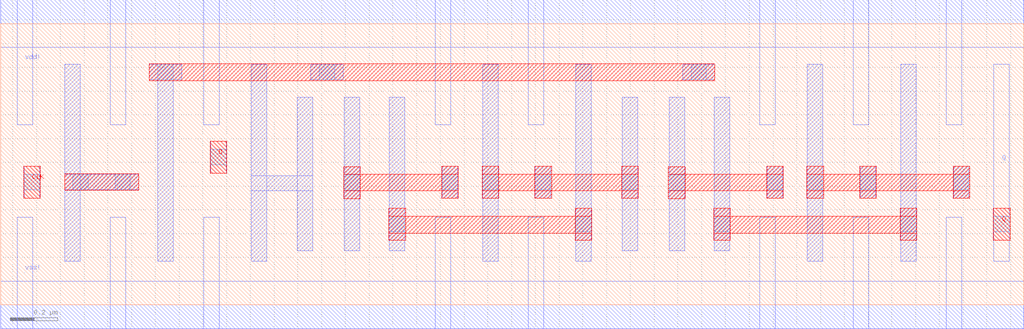
<source format=lef>
VERSION 5.8 ;
BUSBITCHARS "[]" ;
DIVIDERCHAR "/" ;

PROPERTYDEFINITIONS
  LAYER contactResistance REAL ;
END PROPERTYDEFINITIONS

UNITS
  DATABASE MICRONS 2000 ;
END UNITS
MANUFACTURINGGRID 0.0025 ;
LAYER OVERLAP
  TYPE OVERLAP ;
END OVERLAP

LAYER poly
  TYPE MASTERSLICE ;
END poly

LAYER contact
  TYPE CUT ;
  SPACING 0.075 ;
  PROPERTY contactResistance 10.5 ;
END contact

LAYER metal1
  TYPE ROUTING ;
  DIRECTION HORIZONTAL ;
  PITCH 0.19 0.19 ;
  WIDTH 0.065 ;
  SPACING 0.065 ;
  SPACING 0.065 SAMENET ;
  RESISTANCE RPERSQ 0.38 ;
END metal1

LAYER via1
  TYPE CUT ;
  SPACING 0.075 ;
  WIDTH 0.065 ;
  PROPERTY contactResistance 5.69 ;
END via1

LAYER metal2
  TYPE ROUTING ;
  DIRECTION VERTICAL ;
  PITCH 0.19 0.19 ;
  WIDTH 0.07 ;
  SPACING 0.075 ;
  SPACING 0.07 SAMENET ;
  RESISTANCE RPERSQ 0.25 ;
END metal2

LAYER via2
  TYPE CUT ;
  SPACING 0.085 ;
  WIDTH 0.07 ;
  PROPERTY contactResistance 11.39 ;
END via2

LAYER metal3
  TYPE ROUTING ;
  DIRECTION HORIZONTAL ;
  PITCH 0.19 0.19 ;
  WIDTH 0.07 ;
  SPACING 0.07 ;
  SPACING 0.07 SAMENET ;
  RESISTANCE RPERSQ 0.25 ;
END metal3

LAYER via3
  TYPE CUT ;
  SPACING 0.085 ;
  WIDTH 0.07 ;
  PROPERTY contactResistance 16.73 ;
END via3

LAYER metal4
  TYPE ROUTING ;
  DIRECTION VERTICAL ;
  PITCH 0.285 0.285 ;
  WIDTH 0.14 ;
  SPACING 0.14 ;
  SPACING 0.14 SAMENET ;
  RESISTANCE RPERSQ 0.25 ;
END metal4

LAYER via4
  TYPE CUT ;
  SPACING 0.16 ;
  WIDTH 0.14 ;
  PROPERTY contactResistance 21.44 ;
END via4

LAYER metal5
  TYPE ROUTING ;
  DIRECTION HORIZONTAL ;
  PITCH 0.285 0.285 ;
  WIDTH 0.14 ;
  SPACING 0.14 ;
  SPACING 0.14 SAMENET ;
  RESISTANCE RPERSQ 0.25 ;
END metal5

LAYER via5
  TYPE CUT ;
  SPACING 0.16 ;
  WIDTH 0.14 ;
  PROPERTY contactResistance 24.08 ;
END via5

LAYER metal6
  TYPE ROUTING ;
  DIRECTION VERTICAL ;
  PITCH 0.285 0.285 ;
  WIDTH 0.14 ;
  SPACING 0.14 ;
  SPACING 0.14 SAMENET ;
  RESISTANCE RPERSQ 0.25 ;
END metal6

LAYER via6
  TYPE CUT ;
  SPACING 0.16 ;
  WIDTH 0.14 ;
  PROPERTY contactResistance 11.39 ;
END via6

LAYER metal7
  TYPE ROUTING ;
  DIRECTION HORIZONTAL ;
  PITCH 0.855 0.855 ;
  WIDTH 0.4 ;
  SPACING 0.44 ;
  SPACING 0.44 SAMENET ;
  RESISTANCE RPERSQ 0.25 ;
END metal7

LAYER via7
  TYPE CUT ;
  SPACING 0.44 ;
  WIDTH 0.4 ;
  PROPERTY contactResistance 5.69 ;
END via7

LAYER metal8
  TYPE ROUTING ;
  DIRECTION VERTICAL ;
  PITCH 0.855 0.855 ;
  WIDTH 0.4 ;
  SPACING 0.44 ;
  SPACING 0.44 SAMENET ;
  RESISTANCE RPERSQ 0.25 ;
END metal8

LAYER via8
  TYPE CUT ;
  SPACING 0.44 ;
  WIDTH 0.4 ;
  PROPERTY contactResistance 16.73 ;
END via8

LAYER metal9
  TYPE ROUTING ;
  DIRECTION HORIZONTAL ;
  PITCH 1.71 1.71 ;
  WIDTH 0.8 ;
  SPACING 0.8 ;
  SPACING 0.8 SAMENET ;
  RESISTANCE RPERSQ 0.21 ;
END metal9

LAYER via9
  TYPE CUT ;
  SPACING 0.88 ;
  WIDTH 0.8 ;
  PROPERTY contactResistance 21.44 ;
END via9

LAYER metal10
  TYPE ROUTING ;
  DIRECTION VERTICAL ;
  PITCH 1.71 1.71 ;
  WIDTH 0.4 ;
  SPACING 0.8 ;
  SPACING 0.8 SAMENET ;
  RESISTANCE RPERSQ 0.21 ;
END metal10

VIARULE M2_M1 GENERATE
  LAYER metal1 ;
    ENCLOSURE 0 0.035 ;
  LAYER metal2 ;
    ENCLOSURE 0 0.035 ;
  LAYER via1 ;
    RECT -0.0325 -0.0325 0.0325 0.0325 ;
    SPACING 0.14 BY 0.14 ;
END M2_M1

VIARULE M3_M2 GENERATE
  LAYER metal2 ;
    ENCLOSURE 0 0.035 ;
  LAYER metal3 ;
    ENCLOSURE 0 0.035 ;
  LAYER via2 ;
    RECT -0.035 -0.035 0.035 0.035 ;
    SPACING 0.155 BY 0.155 ;
END M3_M2

VIARULE M4_M3 GENERATE
  LAYER metal3 ;
    ENCLOSURE 0 0.035 ;
  LAYER metal4 ;
    ENCLOSURE 0 0 ;
  LAYER via3 ;
    RECT -0.035 -0.035 0.035 0.035 ;
    SPACING 0.155 BY 0.155 ;
END M4_M3

VIARULE M5_M4 GENERATE
  LAYER metal4 ;
    ENCLOSURE 0 0 ;
  LAYER metal5 ;
    ENCLOSURE 0 0 ;
  LAYER via4 ;
    RECT -0.07 -0.07 0.07 0.07 ;
    SPACING 0.3 BY 0.3 ;
END M5_M4

VIARULE M6_M5 GENERATE
  LAYER metal5 ;
    ENCLOSURE 0 0 ;
  LAYER metal6 ;
    ENCLOSURE 0 0 ;
  LAYER via5 ;
    RECT -0.07 -0.07 0.07 0.07 ;
    SPACING 0.3 BY 0.3 ;
END M6_M5

VIARULE M7_M6 GENERATE
  LAYER metal6 ;
    ENCLOSURE 0 0 ;
  LAYER metal7 ;
    ENCLOSURE 0.13 0.13 ;
  LAYER via6 ;
    RECT -0.07 -0.07 0.07 0.07 ;
    SPACING 0.3 BY 0.3 ;
END M7_M6

VIARULE M8_M7 GENERATE
  LAYER metal7 ;
    ENCLOSURE 0 0 ;
  LAYER metal8 ;
    ENCLOSURE 0 0 ;
  LAYER via7 ;
    RECT -0.2 -0.2 0.2 0.2 ;
    SPACING 0.8 BY 0.8 ;
END M8_M7

VIARULE M9_M8 GENERATE
  LAYER metal8 ;
    ENCLOSURE 0 0 ;
  LAYER metal9 ;
    ENCLOSURE 0.2 0.2 ;
  LAYER via8 ;
    RECT -0.2 -0.2 0.2 0.2 ;
    SPACING 0.8 BY 0.8 ;
END M9_M8

VIARULE M10_M9 GENERATE
  LAYER metal9 ;
    ENCLOSURE 0 0 ;
  LAYER metal10 ;
    ENCLOSURE 0 0 ;
  LAYER via9 ;
    RECT -0.4 -0.4 0.4 0.4 ;
    SPACING 1.6 BY 1.6 ;
END M10_M9

VIARULE M1_POLY GENERATE
  LAYER poly ;
    ENCLOSURE 0 0 ;
  LAYER metal1 ;
    ENCLOSURE 0 0.035 ;
  LAYER contact ;
    RECT -0.0325 -0.0325 0.0325 0.0325 ;
    SPACING 0.14 BY 0.14 ;
END M1_POLY

VIA M2_M1_via DEFAULT
  LAYER metal1 ;
    RECT -0.0675 -0.0325 0.0675 0.0325 ;
  LAYER via1 ;
    RECT -0.0325 -0.0325 0.0325 0.0325 ;
  LAYER metal2 ;
    RECT -0.035 -0.0675 0.035 0.0675 ;
END M2_M1_via

VIA M3_M2_via DEFAULT
  LAYER metal2 ;
    RECT -0.035 -0.07 0.035 0.07 ;
  LAYER via2 ;
    RECT -0.035 -0.035 0.035 0.035 ;
  LAYER metal3 ;
    RECT -0.07 -0.035 0.07 0.035 ;
END M3_M2_via

VIA M4_M3_via DEFAULT
  LAYER metal3 ;
    RECT -0.07 -0.035 0.07 0.035 ;
  LAYER via3 ;
    RECT -0.035 -0.035 0.035 0.035 ;
  LAYER metal4 ;
    RECT -0.07 -0.07 0.07 0.07 ;
END M4_M3_via

VIA M5_M4_via DEFAULT
  LAYER metal4 ;
    RECT -0.07 -0.07 0.07 0.07 ;
  LAYER via4 ;
    RECT -0.07 -0.07 0.07 0.07 ;
  LAYER metal5 ;
    RECT -0.07 -0.07 0.07 0.07 ;
END M5_M4_via

VIA M6_M5_via DEFAULT
  LAYER metal5 ;
    RECT -0.07 -0.07 0.07 0.07 ;
  LAYER via5 ;
    RECT -0.07 -0.07 0.07 0.07 ;
  LAYER metal6 ;
    RECT -0.07 -0.07 0.07 0.07 ;
END M6_M5_via

VIA M7_M6_via DEFAULT
  LAYER metal6 ;
    RECT -0.07 -0.07 0.07 0.07 ;
  LAYER via6 ;
    RECT -0.07 -0.07 0.07 0.07 ;
  LAYER metal7 ;
    RECT -0.2 -0.2 0.2 0.2 ;
END M7_M6_via

VIA M8_M7_via DEFAULT
  LAYER metal7 ;
    RECT -0.2 -0.2 0.2 0.2 ;
  LAYER via7 ;
    RECT -0.2 -0.2 0.2 0.2 ;
  LAYER metal8 ;
    RECT -0.2 -0.2 0.2 0.2 ;
END M8_M7_via

VIA M9_M8_via DEFAULT
  LAYER metal8 ;
    RECT -0.2 -0.2 0.2 0.2 ;
  LAYER via8 ;
    RECT -0.2 -0.2 0.2 0.2 ;
  LAYER metal9 ;
    RECT -0.4 -0.4 0.4 0.4 ;
END M9_M8_via

VIA M10_M9_via DEFAULT
  LAYER metal9 ;
    RECT -0.4 -0.4 0.4 0.4 ;
  LAYER via9 ;
    RECT -0.4 -0.4 0.4 0.4 ;
  LAYER metal10 ;
    RECT -0.4 -0.4 0.4 0.4 ;
END M10_M9_via

VIA M2_M1_viaB DEFAULT
  LAYER metal1 ;
    RECT -0.0675 -0.0325 0.0675 0.0325 ;
  LAYER via1 ;
    RECT -0.0325 -0.0325 0.0325 0.0325 ;
  LAYER metal2 ;
    RECT -0.0675 -0.035 0.0675 0.035 ;
END M2_M1_viaB

VIA M2_M1_viaC DEFAULT
  LAYER metal1 ;
    RECT -0.0325 -0.0675 0.0325 0.0675 ;
  LAYER via1 ;
    RECT -0.0325 -0.0325 0.0325 0.0325 ;
  LAYER metal2 ;
    RECT -0.035 -0.0675 0.035 0.0675 ;
END M2_M1_viaC

VIA M3_M2_viaB DEFAULT
  LAYER metal2 ;
    RECT -0.035 -0.07 0.035 0.07 ;
  LAYER via2 ;
    RECT -0.035 -0.035 0.035 0.035 ;
  LAYER metal3 ;
    RECT -0.035 -0.07 0.035 0.07 ;
END M3_M2_viaB

VIA M3_M2_viaC DEFAULT
  LAYER metal2 ;
    RECT -0.07 -0.035 0.07 0.035 ;
  LAYER via2 ;
    RECT -0.035 -0.035 0.035 0.035 ;
  LAYER metal3 ;
    RECT -0.07 -0.035 0.07 0.035 ;
END M3_M2_viaC

VIA M4_M3_viaB DEFAULT
  LAYER metal3 ;
    RECT -0.035 -0.07 0.035 0.07 ;
  LAYER via3 ;
    RECT -0.035 -0.035 0.035 0.035 ;
  LAYER metal4 ;
    RECT -0.07 -0.07 0.07 0.07 ;
END M4_M3_viaB

SITE CoreSite
  CLASS CORE ;
  SYMMETRY Y ;
  SIZE 0.005 BY 1.185 ;
END CoreSite

MACRO and2
  CLASS CORE ;
  ORIGIN -2.2575 -0.1 ;
  FOREIGN and2 2.2575 0.1 ;
  SIZE 0.96 BY 1.185 ;
  SYMMETRY X Y ;
  SITE CoreSite ;
  PIN vdd!
    DIRECTION INOUT ;
    USE POWER ;
    SHAPE ABUTMENT ;
    PORT
      LAYER metal1 ;
        RECT 2.2575 1.185 3.2175 1.385 ;
        RECT 2.8925 0.8575 2.9575 1.385 ;
        RECT 2.695 0.9125 2.76 1.385 ;
        RECT 2.32 0.9 2.385 1.385 ;
    END
  END vdd!
  PIN vss!
    DIRECTION INOUT ;
    USE GROUND ;
    SHAPE ABUTMENT ;
    PORT
      LAYER metal1 ;
        RECT 2.2575 0 3.2175 0.2 ;
        RECT 2.8925 0 2.9575 0.47 ;
        RECT 2.32 0 2.385 0.425 ;
    END
  END vss!
  PIN A
    DIRECTION INPUT ;
    USE SIGNAL ;
    PORT
      LAYER metal1 ;
        RECT 2.35 0.695 2.415 0.83 ;
      LAYER metal2 ;
        RECT 2.3475 0.695 2.4175 0.83 ;
      LAYER via1 ;
        RECT 2.35 0.73 2.415 0.795 ;
    END
  END A
  PIN B
    DIRECTION INPUT ;
    USE SIGNAL ;
    PORT
      LAYER metal1 ;
        RECT 2.565 0.5425 2.63 0.6775 ;
      LAYER metal2 ;
        RECT 2.5625 0.5425 2.6325 0.6775 ;
      LAYER via1 ;
        RECT 2.565 0.5775 2.63 0.6425 ;
    END
  END B
  PIN Y
    DIRECTION OUTPUT ;
    USE SIGNAL ;
    PORT
      LAYER metal1 ;
        RECT 3.0925 0.285 3.1575 1.1125 ;
      LAYER metal2 ;
        RECT 3.09 0.55 3.16 0.685 ;
      LAYER via1 ;
        RECT 3.0925 0.585 3.1575 0.65 ;
    END
  END Y
  OBS
    LAYER metal1 ;
      RECT 2.5075 0.7825 2.5725 1.11 ;
      RECT 2.5075 0.7825 2.8 0.8475 ;
      RECT 2.735 0.2675 2.8 0.8475 ;
      RECT 2.6975 0.2675 2.8 0.4375 ;
      RECT 2.9225 0.55 2.9875 0.685 ;
    LAYER metal2 ;
      RECT 2.92 0.55 2.99 0.685 ;
      RECT 2.7325 0.55 2.99 0.62 ;
      RECT 2.7325 0.45 2.8025 0.62 ;
    LAYER via1 ;
      RECT 2.9225 0.585 2.9875 0.65 ;
      RECT 2.735 0.485 2.8 0.55 ;
  END
END and2

MACRO aoi21
  CLASS CORE ;
  ORIGIN 8.72 -0.1 ;
  FOREIGN aoi21 -8.72 0.1 ;
  SIZE 0.76 BY 1.185 ;
  SYMMETRY X Y ;
  SITE CoreSite ;
  PIN vdd!
    DIRECTION INOUT ;
    USE POWER ;
    SHAPE ABUTMENT ;
    PORT
      LAYER metal1 ;
        RECT -8.72 1.185 -7.96 1.385 ;
        RECT -8.6575 0.7475 -8.5925 1.385 ;
    END
  END vdd!
  PIN vss!
    DIRECTION INOUT ;
    USE GROUND ;
    SHAPE ABUTMENT ;
    PORT
      LAYER metal1 ;
        RECT -8.72 0 -7.96 0.2 ;
        RECT -8.0875 0 -8.0225 0.41 ;
        RECT -8.6575 0 -8.5925 0.425 ;
    END
  END vss!
  PIN A
    DIRECTION INPUT ;
    USE SIGNAL ;
    PORT
      LAYER metal1 ;
        RECT -8.1425 0.49 -8.0075 0.555 ;
      LAYER metal2 ;
        RECT -8.1425 0.4875 -8.0075 0.5575 ;
      LAYER via1 ;
        RECT -8.1075 0.49 -8.0425 0.555 ;
    END
  END A
  PIN B
    DIRECTION INPUT ;
    USE SIGNAL ;
    PORT
      LAYER metal1 ;
        RECT -8.4225 0.615 -8.3575 0.75 ;
      LAYER metal2 ;
        RECT -8.425 0.615 -8.355 0.75 ;
      LAYER via1 ;
        RECT -8.4225 0.65 -8.3575 0.715 ;
    END
  END B
  PIN C
    DIRECTION INPUT ;
    USE SIGNAL ;
    PORT
      LAYER metal1 ;
        RECT -8.625 0.4925 -8.56 0.6275 ;
      LAYER metal2 ;
        RECT -8.6275 0.4925 -8.5575 0.6275 ;
      LAYER via1 ;
        RECT -8.625 0.5275 -8.56 0.5925 ;
    END
  END C
  PIN Y
    DIRECTION OUTPUT ;
    USE SIGNAL ;
    PORT
      LAYER metal1 ;
        RECT -8.2775 0.6725 -8.0175 0.7375 ;
        RECT -8.2775 0.47 -8.2125 1.11 ;
        RECT -8.465 0.47 -8.2125 0.535 ;
        RECT -8.465 0.265 -8.4 0.535 ;
      LAYER metal2 ;
        RECT -8.1525 0.67 -8.0175 0.74 ;
      LAYER via1 ;
        RECT -8.1175 0.6725 -8.0525 0.7375 ;
    END
  END Y
  OBS
    LAYER metal1 ;
      RECT -8.09 0.81 -8.025 1.115 ;
      RECT -8.125 0.98 -7.99 1.045 ;
      RECT -8.465 0.8175 -8.4 1.115 ;
      RECT -8.5025 0.98 -8.3675 1.045 ;
    LAYER metal2 ;
      RECT -8.5025 0.9775 -7.99 1.0475 ;
    LAYER via1 ;
      RECT -8.09 0.98 -8.025 1.045 ;
      RECT -8.4675 0.98 -8.4025 1.045 ;
  END
END aoi21

MACRO buf
  CLASS CORE ;
  ORIGIN -3.43 -0.1 ;
  FOREIGN buf 3.43 0.1 ;
  SIZE 0.785 BY 1.185 ;
  SYMMETRY X Y ;
  SITE CoreSite ;
  PIN vdd!
    DIRECTION INOUT ;
    USE POWER ;
    SHAPE ABUTMENT ;
    PORT
      LAYER metal1 ;
        RECT 3.43 1.185 4.215 1.385 ;
        RECT 3.89 0.8575 3.955 1.385 ;
        RECT 3.4975 0.8575 3.5625 1.385 ;
    END
  END vdd!
  PIN vss!
    DIRECTION INOUT ;
    USE GROUND ;
    SHAPE ABUTMENT ;
    PORT
      LAYER metal1 ;
        RECT 3.43 0 4.215 0.2 ;
        RECT 3.89 0 3.955 0.47 ;
        RECT 3.4975 0 3.5625 0.47 ;
    END
  END vss!
  PIN A
    DIRECTION INPUT ;
    USE SIGNAL ;
    PORT
      LAYER metal1 ;
        RECT 3.5275 0.55 3.5925 0.685 ;
      LAYER metal2 ;
        RECT 3.525 0.55 3.595 0.685 ;
      LAYER via1 ;
        RECT 3.5275 0.585 3.5925 0.65 ;
    END
  END A
  PIN Y
    DIRECTION OUTPUT ;
    USE SIGNAL ;
    PORT
      LAYER metal1 ;
        RECT 4.09 0.285 4.155 1.1125 ;
      LAYER metal2 ;
        RECT 4.0875 0.55 4.1575 0.685 ;
      LAYER via1 ;
        RECT 4.09 0.585 4.155 0.65 ;
    END
  END Y
  OBS
    LAYER metal1 ;
      RECT 3.92 0.55 3.985 0.685 ;
      RECT 3.6975 0.285 3.7625 1.1125 ;
    LAYER metal2 ;
      RECT 3.9175 0.55 3.9875 0.685 ;
      RECT 3.695 0.55 3.765 0.685 ;
      RECT 3.695 0.5775 3.9875 0.6475 ;
    LAYER via1 ;
      RECT 3.92 0.585 3.985 0.65 ;
      RECT 3.6975 0.585 3.7625 0.65 ;
  END
END buf

MACRO dff
  CLASS CORE ;
  ORIGIN -2.35 -0.1 ;
  FOREIGN dff 2.35 0.1 ;
  SIZE 4.305 BY 1.185 ;
  SYMMETRY X Y ;
  SITE CoreSite ;
  PIN vdd!
    DIRECTION INOUT ;
    USE POWER ;
    SHAPE ABUTMENT ;
    PORT
      LAYER metal1 ;
        RECT 2.35 1.185 6.655 1.385 ;
        RECT 6.33 0.8575 6.395 1.385 ;
        RECT 5.9375 0.8575 6.0025 1.385 ;
        RECT 5.545 0.8575 5.61 1.385 ;
        RECT 4.57 0.8575 4.635 1.385 ;
        RECT 4.1775 0.8575 4.2425 1.385 ;
        RECT 3.2025 0.8575 3.2675 1.385 ;
        RECT 2.81 0.8575 2.875 1.385 ;
        RECT 2.4175 0.8575 2.4825 1.385 ;
    END
  END vdd!
  PIN vss!
    DIRECTION INOUT ;
    USE GROUND ;
    SHAPE ABUTMENT ;
    PORT
      LAYER metal1 ;
        RECT 2.35 0 6.655 0.2 ;
        RECT 6.33 0 6.395 0.47 ;
        RECT 5.9375 0 6.0025 0.47 ;
        RECT 5.545 0 5.61 0.47 ;
        RECT 4.57 0 4.635 0.47 ;
        RECT 4.1775 0 4.2425 0.47 ;
        RECT 3.2025 0 3.2675 0.47 ;
        RECT 2.81 0 2.875 0.47 ;
        RECT 2.4175 0 2.4825 0.47 ;
    END
  END vss!
  PIN CLK
    DIRECTION INPUT ;
    USE SIGNAL ;
    PORT
      LAYER metal1 ;
        RECT 2.4475 0.55 2.5125 0.685 ;
      LAYER metal2 ;
        RECT 2.445 0.55 2.515 0.685 ;
      LAYER via1 ;
        RECT 2.4475 0.585 2.5125 0.65 ;
    END
  END CLK
  PIN D
    DIRECTION INPUT ;
    USE SIGNAL ;
    PORT
      LAYER metal1 ;
        RECT 3.2325 0.655 3.2975 0.79 ;
      LAYER metal2 ;
        RECT 3.23 0.655 3.3 0.79 ;
      LAYER via1 ;
        RECT 3.2325 0.69 3.2975 0.755 ;
    END
  END D
  PIN Q
    DIRECTION OUTPUT ;
    USE SIGNAL ;
    PORT
      LAYER metal1 ;
        RECT 6.53 0.285 6.595 1.1125 ;
      LAYER metal2 ;
        RECT 6.5275 0.3725 6.5975 0.5075 ;
      LAYER via1 ;
        RECT 6.53 0.4075 6.595 0.4725 ;
    END
  END Q
  OBS
    LAYER metal1 ;
      RECT 3.4025 0.285 3.4675 1.1125 ;
      RECT 3.5975 0.3275 3.6625 0.975 ;
      RECT 3.4025 0.58 3.6625 0.645 ;
      RECT 2.975 1.0475 3.11 1.1125 ;
      RECT 3.01 0.285 3.075 1.1125 ;
      RECT 2.6175 0.285 2.6825 1.1125 ;
      RECT 2.6175 0.585 2.93 0.65 ;
      RECT 6.36 0.55 6.425 0.685 ;
      RECT 6.1375 0.285 6.2025 1.1125 ;
      RECT 5.9675 0.55 6.0325 0.685 ;
      RECT 5.745 0.285 5.81 1.1125 ;
      RECT 5.575 0.55 5.64 0.685 ;
      RECT 5.3525 0.3275 5.4175 0.975 ;
      RECT 5.22 1.0475 5.355 1.1125 ;
      RECT 5.1625 0.3275 5.2275 0.975 ;
      RECT 4.965 0.3275 5.03 0.975 ;
      RECT 4.77 0.285 4.835 1.1125 ;
      RECT 4.6 0.55 4.665 0.685 ;
      RECT 4.3775 0.285 4.4425 1.1125 ;
      RECT 4.2075 0.55 4.2725 0.685 ;
      RECT 3.985 0.3275 4.05 0.975 ;
      RECT 3.795 0.3275 3.86 0.975 ;
      RECT 3.655 1.0475 3.79 1.1125 ;
    LAYER metal2 ;
      RECT 6.3575 0.55 6.4275 0.685 ;
      RECT 5.965 0.55 6.035 0.685 ;
      RECT 5.7425 0.55 5.8125 0.685 ;
      RECT 5.7425 0.58 6.4275 0.65 ;
      RECT 6.135 0.3725 6.205 0.5075 ;
      RECT 5.35 0.3725 5.42 0.5075 ;
      RECT 5.35 0.4025 6.205 0.4725 ;
      RECT 5.5725 0.55 5.6425 0.685 ;
      RECT 5.16 0.5475 5.23 0.6825 ;
      RECT 5.16 0.58 5.6425 0.65 ;
      RECT 4.9625 0.55 5.0325 0.685 ;
      RECT 4.5975 0.55 4.6675 0.685 ;
      RECT 4.375 0.55 4.445 0.685 ;
      RECT 4.375 0.58 5.0325 0.65 ;
      RECT 4.7675 0.3725 4.8375 0.5075 ;
      RECT 3.9825 0.3725 4.0525 0.5075 ;
      RECT 3.9825 0.4025 4.8375 0.4725 ;
      RECT 4.205 0.55 4.275 0.685 ;
      RECT 3.7925 0.5475 3.8625 0.6825 ;
      RECT 3.7925 0.58 4.275 0.65 ;
      RECT 2.975 1.045 5.355 1.115 ;
      RECT 2.6175 0.5825 2.93 0.6525 ;
    LAYER via1 ;
      RECT 6.36 0.585 6.425 0.65 ;
      RECT 6.1375 0.4075 6.2025 0.4725 ;
      RECT 5.9675 0.585 6.0325 0.65 ;
      RECT 5.745 0.585 5.81 0.65 ;
      RECT 5.575 0.585 5.64 0.65 ;
      RECT 5.3525 0.4075 5.4175 0.4725 ;
      RECT 5.255 1.0475 5.32 1.1125 ;
      RECT 5.1625 0.5825 5.2275 0.6475 ;
      RECT 4.965 0.585 5.03 0.65 ;
      RECT 4.77 0.4075 4.835 0.4725 ;
      RECT 4.6 0.585 4.665 0.65 ;
      RECT 4.3775 0.585 4.4425 0.65 ;
      RECT 4.2075 0.585 4.2725 0.65 ;
      RECT 3.985 0.4075 4.05 0.4725 ;
      RECT 3.795 0.5825 3.86 0.6475 ;
      RECT 3.69 1.0475 3.755 1.1125 ;
      RECT 3.01 1.0475 3.075 1.1125 ;
      RECT 2.83 0.585 2.895 0.65 ;
      RECT 2.6525 0.585 2.7175 0.65 ;
  END
END dff

MACRO inv
  CLASS CORE ;
  ORIGIN -1.69 -0.1 ;
  FOREIGN inv 1.69 0.1 ;
  SIZE 0.3925 BY 1.185 ;
  SYMMETRY X Y ;
  SITE CoreSite ;
  PIN vdd!
    DIRECTION INOUT ;
    USE POWER ;
    SHAPE ABUTMENT ;
    PORT
      LAYER metal1 ;
        RECT 1.69 1.185 2.0825 1.385 ;
        RECT 1.7575 0.8575 1.8225 1.385 ;
    END
  END vdd!
  PIN vss!
    DIRECTION INOUT ;
    USE GROUND ;
    SHAPE ABUTMENT ;
    PORT
      LAYER metal1 ;
        RECT 1.69 0 2.0825 0.2 ;
        RECT 1.7575 0 1.8225 0.47 ;
    END
  END vss!
  PIN A
    DIRECTION INPUT ;
    USE SIGNAL ;
    PORT
      LAYER metal1 ;
        RECT 1.7875 0.55 1.8525 0.685 ;
      LAYER metal2 ;
        RECT 1.785 0.55 1.855 0.685 ;
      LAYER via1 ;
        RECT 1.7875 0.585 1.8525 0.65 ;
    END
  END A
  PIN Y
    DIRECTION OUTPUT ;
    USE SIGNAL ;
    PORT
      LAYER metal1 ;
        RECT 1.9575 0.285 2.0225 1.1125 ;
      LAYER metal2 ;
        RECT 1.955 0.55 2.025 0.685 ;
      LAYER via1 ;
        RECT 1.9575 0.585 2.0225 0.65 ;
    END
  END Y
END inv

MACRO latch
  CLASS CORE ;
  ORIGIN -1.0125 -0.1 ;
  FOREIGN latch 1.0125 0.1 ;
  SIZE 2.545 BY 1.185 ;
  SYMMETRY X Y ;
  SITE CoreSite ;
  PIN vdd!
    DIRECTION INOUT ;
    USE POWER ;
    SHAPE ABUTMENT ;
    PORT
      LAYER metal1 ;
        RECT 1.0125 1.185 3.5575 1.385 ;
        RECT 3.2325 0.8575 3.2975 1.385 ;
        RECT 2.84 0.8575 2.905 1.385 ;
        RECT 1.865 0.8575 1.93 1.385 ;
        RECT 1.4725 0.8575 1.5375 1.385 ;
        RECT 1.08 0.8575 1.145 1.385 ;
    END
  END vdd!
  PIN vss!
    DIRECTION INOUT ;
    USE GROUND ;
    SHAPE ABUTMENT ;
    PORT
      LAYER metal1 ;
        RECT 1.0125 0 3.5575 0.2 ;
        RECT 3.2325 0 3.2975 0.47 ;
        RECT 2.84 0 2.905 0.47 ;
        RECT 1.865 0 1.93 0.47 ;
        RECT 1.4725 0 1.5375 0.47 ;
        RECT 1.08 0 1.145 0.47 ;
    END
  END vss!
  PIN D
    DIRECTION INPUT ;
    USE SIGNAL ;
    PORT
      LAYER metal1 ;
        RECT 1.895 0.655 1.96 0.79 ;
      LAYER metal2 ;
        RECT 1.8925 0.655 1.9625 0.79 ;
      LAYER via1 ;
        RECT 1.895 0.69 1.96 0.755 ;
    END
  END D
  PIN EN
    DIRECTION INPUT ;
    USE SIGNAL ;
    PORT
      LAYER metal1 ;
        RECT 1.11 0.55 1.175 0.685 ;
      LAYER metal2 ;
        RECT 1.1075 0.55 1.1775 0.685 ;
      LAYER via1 ;
        RECT 1.11 0.585 1.175 0.65 ;
    END
  END EN
  PIN Q
    DIRECTION OUTPUT ;
    USE SIGNAL ;
    PORT
      LAYER metal1 ;
        RECT 3.2625 0.55 3.3275 0.685 ;
        RECT 3.04 0.285 3.105 1.1125 ;
      LAYER metal2 ;
        RECT 3.26 0.55 3.33 0.685 ;
        RECT 3.0375 0.58 3.33 0.65 ;
        RECT 3.0375 0.55 3.1075 0.685 ;
      LAYER via1 ;
        RECT 3.04 0.585 3.105 0.65 ;
        RECT 3.2625 0.585 3.3275 0.65 ;
    END
  END Q
  OBS
    LAYER metal1 ;
      RECT 2.065 0.285 2.13 1.1125 ;
      RECT 2.26 0.3275 2.325 0.975 ;
      RECT 2.065 0.58 2.325 0.645 ;
      RECT 1.6375 1.0475 1.7725 1.1125 ;
      RECT 1.6725 0.285 1.7375 1.1125 ;
      RECT 1.28 0.285 1.345 1.1125 ;
      RECT 1.28 0.585 1.5925 0.65 ;
      RECT 3.4325 0.285 3.4975 1.1125 ;
      RECT 2.87 0.55 2.935 0.685 ;
      RECT 2.6475 0.3275 2.7125 0.975 ;
      RECT 2.515 1.0475 2.65 1.1125 ;
      RECT 2.4575 0.3275 2.5225 0.975 ;
    LAYER metal2 ;
      RECT 3.43 0.3725 3.5 0.5075 ;
      RECT 2.645 0.3725 2.715 0.5075 ;
      RECT 2.645 0.4025 3.5 0.4725 ;
      RECT 2.8675 0.55 2.9375 0.685 ;
      RECT 2.455 0.5475 2.525 0.6825 ;
      RECT 2.455 0.58 2.9375 0.65 ;
      RECT 1.6375 1.045 2.65 1.115 ;
      RECT 1.28 0.5825 1.5925 0.6525 ;
    LAYER via1 ;
      RECT 3.4325 0.4075 3.4975 0.4725 ;
      RECT 2.87 0.585 2.935 0.65 ;
      RECT 2.6475 0.4075 2.7125 0.4725 ;
      RECT 2.55 1.0475 2.615 1.1125 ;
      RECT 2.4575 0.5825 2.5225 0.6475 ;
      RECT 1.6725 1.0475 1.7375 1.1125 ;
      RECT 1.4925 0.585 1.5575 0.65 ;
      RECT 1.315 0.585 1.38 0.65 ;
  END
END latch

MACRO mux2
  CLASS CORE ;
  ORIGIN -1.2975 -0.1 ;
  FOREIGN mux2 1.2975 0.1 ;
  SIZE 1.6575 BY 1.185 ;
  SYMMETRY X Y ;
  SITE CoreSite ;
  PIN vdd!
    DIRECTION INOUT ;
    USE POWER ;
    SHAPE ABUTMENT ;
    PORT
      LAYER metal1 ;
        RECT 1.2975 1.185 2.955 1.385 ;
        RECT 2.63 0.8575 2.695 1.385 ;
        RECT 2.475 0.81 2.54 1.385 ;
        RECT 1.715 0.7975 1.78 1.385 ;
        RECT 1.3575 0.8575 1.4225 1.385 ;
    END
  END vdd!
  PIN vss!
    DIRECTION INOUT ;
    USE GROUND ;
    SHAPE ABUTMENT ;
    PORT
      LAYER metal1 ;
        RECT 1.2975 0 2.955 0.2 ;
        RECT 2.63 0 2.695 0.4075 ;
        RECT 2.285 0 2.35 0.41 ;
        RECT 1.3575 0 1.4225 0.47 ;
    END
  END vss!
  PIN A
    DIRECTION INPUT ;
    USE SIGNAL ;
    PORT
      LAYER metal1 ;
        RECT 2.415 0.61 2.48 0.745 ;
      LAYER metal2 ;
        RECT 2.4125 0.61 2.4825 0.745 ;
      LAYER via1 ;
        RECT 2.415 0.645 2.48 0.71 ;
    END
  END A
  PIN B
    DIRECTION INPUT ;
    USE SIGNAL ;
    PORT
      LAYER metal1 ;
        RECT 2.2275 0.61 2.2925 0.745 ;
      LAYER metal2 ;
        RECT 2.225 0.61 2.295 0.745 ;
      LAYER via1 ;
        RECT 2.2275 0.645 2.2925 0.71 ;
    END
  END B
  PIN S0
    DIRECTION INPUT ;
    USE SIGNAL ;
    PORT
      LAYER metal1 ;
        RECT 1.3875 0.55 1.4525 0.685 ;
      LAYER metal2 ;
        RECT 1.385 0.55 1.455 0.685 ;
      LAYER via1 ;
        RECT 1.3875 0.585 1.4525 0.65 ;
    END
  END S0
  PIN Y
    DIRECTION OUTPUT ;
    USE SIGNAL ;
    PORT
      LAYER metal1 ;
        RECT 2.83 0.265 2.895 1.1125 ;
      LAYER metal2 ;
        RECT 2.8275 0.55 2.8975 0.685 ;
      LAYER via1 ;
        RECT 2.83 0.585 2.895 0.65 ;
    END
  END Y
  OBS
    LAYER metal1 ;
      RECT 2.095 0.475 2.16 1.1175 ;
      RECT 2.68 0.4925 2.745 0.6275 ;
      RECT 1.905 0.475 2.7275 0.545 ;
      RECT 1.905 0.27 1.97 0.545 ;
      RECT 1.5575 0.285 1.6225 1.1125 ;
      RECT 1.5575 0.575 1.8275 0.64 ;
      RECT 2.475 0.265 2.54 0.41 ;
      RECT 2.285 0.8125 2.35 1.1175 ;
      RECT 1.905 0.795 1.97 1.1175 ;
      RECT 1.715 0.265 1.78 0.455 ;
    LAYER metal2 ;
      RECT 2.4725 0.265 2.5425 0.4 ;
      RECT 1.7125 0.265 1.7825 0.4 ;
      RECT 1.7125 0.265 2.5425 0.335 ;
      RECT 2.2825 0.8825 2.3525 1.0175 ;
      RECT 1.9025 0.8825 1.9725 1.0175 ;
      RECT 1.9025 0.9125 2.3525 0.9825 ;
      RECT 1.555 0.55 1.625 0.685 ;
    LAYER via1 ;
      RECT 2.475 0.3 2.54 0.365 ;
      RECT 2.285 0.9175 2.35 0.9825 ;
      RECT 1.905 0.9175 1.97 0.9825 ;
      RECT 1.715 0.3 1.78 0.365 ;
      RECT 1.5575 0.585 1.6225 0.65 ;
  END
END mux2

MACRO nand2
  CLASS CORE ;
  ORIGIN 8.5275 -0.1 ;
  FOREIGN nand2 -8.5275 0.1 ;
  SIZE 0.5675 BY 1.185 ;
  SYMMETRY X Y ;
  SITE CoreSite ;
  PIN vdd!
    DIRECTION INOUT ;
    USE POWER ;
    SHAPE ABUTMENT ;
    PORT
      LAYER metal1 ;
        RECT -8.5275 1.185 -7.96 1.385 ;
        RECT -8.09 0.9125 -8.025 1.385 ;
        RECT -8.465 0.9 -8.4 1.385 ;
    END
  END vdd!
  PIN vss!
    DIRECTION INOUT ;
    USE GROUND ;
    SHAPE ABUTMENT ;
    PORT
      LAYER metal1 ;
        RECT -8.5275 0 -7.96 0.2 ;
        RECT -8.465 0 -8.4 0.425 ;
    END
  END vss!
  PIN A
    DIRECTION INPUT ;
    USE SIGNAL ;
    PORT
      LAYER metal1 ;
        RECT -8.435 0.695 -8.37 0.83 ;
      LAYER metal2 ;
        RECT -8.4375 0.695 -8.3675 0.83 ;
      LAYER via1 ;
        RECT -8.435 0.73 -8.37 0.795 ;
    END
  END A
  PIN B
    DIRECTION INPUT ;
    USE SIGNAL ;
    PORT
      LAYER metal1 ;
        RECT -8.215 0.5425 -8.15 0.6775 ;
      LAYER metal2 ;
        RECT -8.2175 0.5425 -8.1475 0.6775 ;
      LAYER via1 ;
        RECT -8.215 0.5775 -8.15 0.6425 ;
    END
  END B
  PIN Y
    DIRECTION OUTPUT ;
    USE SIGNAL ;
    PORT
      LAYER metal1 ;
        RECT -8.2775 0.7825 -7.985 0.8475 ;
        RECT -8.05 0.2675 -7.985 0.8475 ;
        RECT -8.0875 0.2675 -7.985 0.4375 ;
        RECT -8.2775 0.7825 -8.2125 1.11 ;
      LAYER metal2 ;
        RECT -8.0525 0.45 -7.9825 0.585 ;
      LAYER via1 ;
        RECT -8.05 0.485 -7.985 0.55 ;
    END
  END Y
END nand2

MACRO nor2
  CLASS CORE ;
  ORIGIN 8.5275 -0.1 ;
  FOREIGN nor2 -8.5275 0.1 ;
  SIZE 0.5675 BY 1.185 ;
  SYMMETRY X Y ;
  SITE CoreSite ;
  PIN vdd!
    DIRECTION INOUT ;
    USE POWER ;
    SHAPE ABUTMENT ;
    PORT
      LAYER metal1 ;
        RECT -8.5275 1.185 -7.96 1.385 ;
        RECT -8.465 0.83 -8.4 1.385 ;
    END
  END vdd!
  PIN vss!
    DIRECTION INOUT ;
    USE GROUND ;
    SHAPE ABUTMENT ;
    PORT
      LAYER metal1 ;
        RECT -8.5275 0 -7.96 0.2 ;
        RECT -8.0875 0 -8.0225 0.4 ;
        RECT -8.465 0 -8.4 0.4225 ;
    END
  END vss!
  PIN A
    DIRECTION INPUT ;
    USE SIGNAL ;
    PORT
      LAYER metal1 ;
        RECT -8.4325 0.495 -8.3675 0.63 ;
      LAYER metal2 ;
        RECT -8.435 0.495 -8.365 0.63 ;
      LAYER via1 ;
        RECT -8.4325 0.53 -8.3675 0.595 ;
    END
  END A
  PIN B
    DIRECTION INPUT ;
    USE SIGNAL ;
    PORT
      LAYER metal1 ;
        RECT -8.235 0.6125 -8.17 0.7475 ;
      LAYER metal2 ;
        RECT -8.2375 0.6125 -8.1675 0.7475 ;
      LAYER via1 ;
        RECT -8.235 0.6475 -8.17 0.7125 ;
    END
  END B
  PIN Y
    DIRECTION OUTPUT ;
    USE SIGNAL ;
    PORT
      LAYER metal1 ;
        RECT -8.09 0.4675 -8.025 1.1 ;
        RECT -8.2775 0.4675 -8.025 0.5325 ;
        RECT -8.2775 0.265 -8.2125 0.5325 ;
      LAYER metal2 ;
        RECT -8.0925 0.4675 -8.0225 0.6025 ;
      LAYER via1 ;
        RECT -8.09 0.5025 -8.025 0.5675 ;
    END
  END Y
END nor2

MACRO oai21
  CLASS CORE ;
  ORIGIN 8.72 -0.1 ;
  FOREIGN oai21 -8.72 0.1 ;
  SIZE 0.76 BY 1.185 ;
  SYMMETRY X Y ;
  SITE CoreSite ;
  PIN vdd!
    DIRECTION INOUT ;
    USE POWER ;
    SHAPE ABUTMENT ;
    PORT
      LAYER metal1 ;
        RECT -8.72 1.185 -7.96 1.385 ;
        RECT -8.09 0.845 -8.025 1.385 ;
        RECT -8.6575 0.8025 -8.5925 1.385 ;
    END
  END vdd!
  PIN vss!
    DIRECTION INOUT ;
    USE GROUND ;
    SHAPE ABUTMENT ;
    PORT
      LAYER metal1 ;
        RECT -8.72 0 -7.96 0.2 ;
        RECT -8.465 0 -8.4 0.3975 ;
    END
  END vss!
  PIN A
    DIRECTION INPUT ;
    USE SIGNAL ;
    PORT
      LAYER metal1 ;
        RECT -8.6575 0.65 -8.5225 0.715 ;
      LAYER metal2 ;
        RECT -8.6575 0.6475 -8.5225 0.7175 ;
      LAYER via1 ;
        RECT -8.6225 0.65 -8.5575 0.715 ;
    END
  END A
  PIN B
    DIRECTION INPUT ;
    USE SIGNAL ;
    PORT
      LAYER metal1 ;
        RECT -8.425 0.6125 -8.36 0.7475 ;
      LAYER metal2 ;
        RECT -8.4275 0.6125 -8.3575 0.7475 ;
      LAYER via1 ;
        RECT -8.425 0.6475 -8.36 0.7125 ;
    END
  END B
  PIN C
    DIRECTION INPUT ;
    USE SIGNAL ;
    PORT
      LAYER metal1 ;
        RECT -8.235 0.505 -8.17 0.64 ;
      LAYER metal2 ;
        RECT -8.2375 0.505 -8.1675 0.64 ;
      LAYER via1 ;
        RECT -8.235 0.54 -8.17 0.605 ;
    END
  END C
  PIN Y
    DIRECTION OUTPUT ;
    USE SIGNAL ;
    PORT
      LAYER metal1 ;
        RECT -8.2775 0.7125 -8.0225 0.7775 ;
        RECT -8.0875 0.265 -8.0225 0.7775 ;
        RECT -8.2775 0.7125 -8.2125 1.11 ;
      LAYER metal2 ;
        RECT -8.1575 0.71 -8.0225 0.78 ;
      LAYER via1 ;
        RECT -8.1225 0.7125 -8.0575 0.7775 ;
    END
  END Y
  OBS
    LAYER metal1 ;
      RECT -8.2775 0.265 -8.2125 0.44 ;
      RECT -8.3125 0.27 -8.1775 0.335 ;
      RECT -8.655 0.2675 -8.59 0.465 ;
      RECT -8.69 0.27 -8.555 0.335 ;
    LAYER metal2 ;
      RECT -8.69 0.2675 -8.1775 0.3375 ;
    LAYER via1 ;
      RECT -8.2775 0.27 -8.2125 0.335 ;
      RECT -8.655 0.27 -8.59 0.335 ;
  END
END oai21

MACRO or2
  CLASS CORE ;
  ORIGIN 5.3325 -0.1 ;
  FOREIGN or2 -5.3325 0.1 ;
  SIZE 0.96 BY 1.185 ;
  SYMMETRY X Y ;
  SITE CoreSite ;
  PIN vdd!
    DIRECTION INOUT ;
    USE POWER ;
    SHAPE ABUTMENT ;
    PORT
      LAYER metal1 ;
        RECT -5.3325 1.185 -4.3725 1.385 ;
        RECT -4.6975 0.8575 -4.6325 1.385 ;
        RECT -5.27 0.83 -5.205 1.385 ;
    END
  END vdd!
  PIN vss!
    DIRECTION INOUT ;
    USE GROUND ;
    SHAPE ABUTMENT ;
    PORT
      LAYER metal1 ;
        RECT -5.3325 0 -4.3725 0.2 ;
        RECT -4.6975 0 -4.6325 0.47 ;
        RECT -4.8925 0 -4.8275 0.4 ;
        RECT -5.27 0 -5.205 0.4225 ;
    END
  END vss!
  PIN A
    DIRECTION INPUT ;
    USE SIGNAL ;
    PORT
      LAYER metal1 ;
        RECT -5.2375 0.495 -5.1725 0.63 ;
      LAYER metal2 ;
        RECT -5.24 0.495 -5.17 0.63 ;
      LAYER via1 ;
        RECT -5.2375 0.53 -5.1725 0.595 ;
    END
  END A
  PIN B
    DIRECTION INPUT ;
    USE SIGNAL ;
    PORT
      LAYER metal1 ;
        RECT -5.04 0.6125 -4.975 0.7475 ;
      LAYER metal2 ;
        RECT -5.0425 0.6125 -4.9725 0.7475 ;
      LAYER via1 ;
        RECT -5.04 0.6475 -4.975 0.7125 ;
    END
  END B
  PIN Y
    DIRECTION OUTPUT ;
    USE SIGNAL ;
    PORT
      LAYER metal1 ;
        RECT -4.4975 0.285 -4.4325 1.1125 ;
      LAYER metal2 ;
        RECT -4.5 0.55 -4.43 0.685 ;
      LAYER via1 ;
        RECT -4.4975 0.585 -4.4325 0.65 ;
    END
  END Y
  OBS
    LAYER metal1 ;
      RECT -4.895 0.4675 -4.83 1.1 ;
      RECT -5.0825 0.4675 -4.83 0.5325 ;
      RECT -5.0825 0.265 -5.0175 0.5325 ;
      RECT -4.6675 0.55 -4.6025 0.685 ;
    LAYER metal2 ;
      RECT -4.8975 0.44 -4.8275 0.6025 ;
      RECT -4.8975 0.44 -4.6 0.51 ;
      RECT -4.67 0.55 -4.6 0.685 ;
    LAYER via1 ;
      RECT -4.6675 0.585 -4.6025 0.65 ;
      RECT -4.895 0.5025 -4.83 0.5675 ;
  END
END or2

MACRO xnor2
  CLASS CORE ;
  ORIGIN 8.5275 -0.1 ;
  FOREIGN xnor2 -8.5275 0.1 ;
  SIZE 1.3275 BY 1.185 ;
  SYMMETRY X Y ;
  SITE CoreSite ;
  PIN vdd!
    DIRECTION INOUT ;
    USE POWER ;
    SHAPE ABUTMENT ;
    PORT
      LAYER metal1 ;
        RECT -8.5275 1.185 -7.2 1.385 ;
        RECT -7.33 0.845 -7.265 1.385 ;
        RECT -7.8975 0.8025 -7.8325 1.385 ;
        RECT -8.2775 0.87 -8.2125 1.385 ;
    END
  END vdd!
  PIN vss!
    DIRECTION INOUT ;
    USE GROUND ;
    SHAPE ABUTMENT ;
    PORT
      LAYER metal1 ;
        RECT -8.5275 0 -7.2 0.2 ;
        RECT -7.705 0 -7.64 0.3975 ;
        RECT -8.465 0 -8.4 0.455 ;
    END
  END vss!
  PIN A
    DIRECTION INPUT ;
    USE SIGNAL ;
    PORT
      LAYER metal1 ;
        RECT -7.8975 0.65 -7.7625 0.715 ;
        RECT -8.23 0.5175 -8.165 0.6525 ;
      LAYER metal2 ;
        RECT -8.2325 0.6475 -7.7625 0.7175 ;
        RECT -8.2325 0.5175 -8.1625 0.7175 ;
      LAYER via1 ;
        RECT -8.23 0.5525 -8.165 0.6175 ;
        RECT -7.8625 0.65 -7.7975 0.715 ;
    END
  END A
  PIN B
    DIRECTION INPUT ;
    USE SIGNAL ;
    PORT
      LAYER metal1 ;
        RECT -7.665 0.6125 -7.6 0.7475 ;
        RECT -8.42 0.6775 -8.355 0.8125 ;
      LAYER metal2 ;
        RECT -8.4225 0.79 -7.5975 0.86 ;
        RECT -7.6675 0.6125 -7.5975 0.86 ;
        RECT -8.4225 0.6775 -8.3525 0.86 ;
      LAYER via1 ;
        RECT -8.42 0.7125 -8.355 0.7775 ;
        RECT -7.665 0.6475 -7.6 0.7125 ;
    END
  END B
  PIN Y
    DIRECTION OUTPUT ;
    USE SIGNAL ;
    PORT
      LAYER metal1 ;
        RECT -7.5175 0.7125 -7.2625 0.7775 ;
        RECT -7.3275 0.265 -7.2625 0.7775 ;
        RECT -7.5175 0.7125 -7.4525 1.11 ;
      LAYER metal2 ;
        RECT -7.3975 0.71 -7.2625 0.78 ;
      LAYER via1 ;
        RECT -7.3625 0.7125 -7.2975 0.7775 ;
    END
  END Y
  OBS
    LAYER metal1 ;
      RECT -7.5175 0.265 -7.4525 0.44 ;
      RECT -7.5525 0.27 -7.4175 0.335 ;
      RECT -7.895 0.2675 -7.83 0.465 ;
      RECT -7.93 0.27 -7.795 0.335 ;
      RECT -8.09 0.2675 -8.025 1.1175 ;
      RECT -8.125 1.0325 -7.99 1.0975 ;
      RECT -8.5 1.0325 -8.365 1.0975 ;
      RECT -8.465 0.8775 -8.4 1.0975 ;
      RECT -7.475 0.505 -7.41 0.64 ;
    LAYER metal2 ;
      RECT -7.4775 0.435 -7.4075 0.64 ;
      RECT -8.0925 0.435 -8.0225 0.57 ;
      RECT -8.0925 0.435 -7.4075 0.505 ;
      RECT -7.93 0.2675 -7.4175 0.3375 ;
      RECT -8.5 1.03 -7.99 1.1 ;
    LAYER via1 ;
      RECT -7.475 0.54 -7.41 0.605 ;
      RECT -7.5175 0.27 -7.4525 0.335 ;
      RECT -7.895 0.27 -7.83 0.335 ;
      RECT -8.09 0.47 -8.025 0.535 ;
      RECT -8.09 1.0325 -8.025 1.0975 ;
      RECT -8.465 1.0325 -8.4 1.0975 ;
  END
END xnor2

MACRO xor2
  CLASS CORE ;
  ORIGIN -1.7275 -0.1 ;
  FOREIGN xor2 1.7275 0.1 ;
  SIZE 1.3275 BY 1.185 ;
  SYMMETRY X Y ;
  SITE CoreSite ;
  PIN vdd!
    DIRECTION INOUT ;
    USE POWER ;
    SHAPE ABUTMENT ;
    PORT
      LAYER metal1 ;
        RECT 1.7275 1.185 3.055 1.385 ;
        RECT 2.3575 0.7475 2.4225 1.385 ;
        RECT 1.79 0.83 1.855 1.385 ;
    END
  END vdd!
  PIN vss!
    DIRECTION INOUT ;
    USE GROUND ;
    SHAPE ABUTMENT ;
    PORT
      LAYER metal1 ;
        RECT 1.7275 0 3.055 0.2 ;
        RECT 2.9275 0 2.9925 0.41 ;
        RECT 2.3575 0 2.4225 0.425 ;
        RECT 2.1675 0 2.2325 0.4 ;
        RECT 1.79 0 1.855 0.4225 ;
    END
  END vss!
  PIN A
    DIRECTION INPUT ;
    USE SIGNAL ;
    PORT
      LAYER metal1 ;
        RECT 2.8725 0.49 3.0075 0.555 ;
        RECT 1.8225 0.495 1.8875 0.63 ;
      LAYER metal2 ;
        RECT 2.8725 0.4875 3.0075 0.5575 ;
        RECT 2.89 0.325 2.96 0.5575 ;
        RECT 1.82 0.325 2.96 0.395 ;
        RECT 1.82 0.325 1.89 0.63 ;
      LAYER via1 ;
        RECT 1.8225 0.53 1.8875 0.595 ;
        RECT 2.9075 0.49 2.9725 0.555 ;
    END
  END A
  PIN B
    DIRECTION INPUT ;
    USE SIGNAL ;
    PORT
      LAYER metal1 ;
        RECT 2.5925 0.615 2.6575 0.75 ;
        RECT 2.02 0.6125 2.085 0.7475 ;
      LAYER metal2 ;
        RECT 2.0175 0.7 2.66 0.77 ;
        RECT 2.59 0.615 2.66 0.77 ;
        RECT 2.0175 0.6125 2.0875 0.77 ;
      LAYER via1 ;
        RECT 2.02 0.6475 2.085 0.7125 ;
        RECT 2.5925 0.65 2.6575 0.715 ;
    END
  END B
  PIN Y
    DIRECTION OUTPUT ;
    USE SIGNAL ;
    PORT
      LAYER metal1 ;
        RECT 2.7375 0.6725 2.9975 0.7375 ;
        RECT 2.7375 0.47 2.8025 1.11 ;
        RECT 2.55 0.47 2.8025 0.535 ;
        RECT 2.55 0.265 2.615 0.535 ;
      LAYER metal2 ;
        RECT 2.8625 0.67 2.9975 0.74 ;
      LAYER via1 ;
        RECT 2.8975 0.6725 2.9625 0.7375 ;
    END
  END Y
  OBS
    LAYER metal1 ;
      RECT 2.925 0.81 2.99 1.115 ;
      RECT 2.89 0.98 3.025 1.045 ;
      RECT 2.55 0.8175 2.615 1.115 ;
      RECT 2.5125 0.98 2.6475 1.045 ;
      RECT 2.165 0.4675 2.23 1.1 ;
      RECT 1.9775 0.4675 2.23 0.5325 ;
      RECT 1.9775 0.265 2.0425 0.5325 ;
      RECT 2.39 0.4925 2.455 0.6275 ;
    LAYER metal2 ;
      RECT 2.3875 0.4925 2.4575 0.6275 ;
      RECT 2.1625 0.4675 2.2325 0.6025 ;
      RECT 2.1625 0.5075 2.4575 0.5775 ;
      RECT 2.5125 0.9775 3.025 1.0475 ;
    LAYER via1 ;
      RECT 2.925 0.98 2.99 1.045 ;
      RECT 2.5475 0.98 2.6125 1.045 ;
      RECT 2.39 0.5275 2.455 0.5925 ;
      RECT 2.165 0.5025 2.23 0.5675 ;
  END
END xor2

END LIBRARY

</source>
